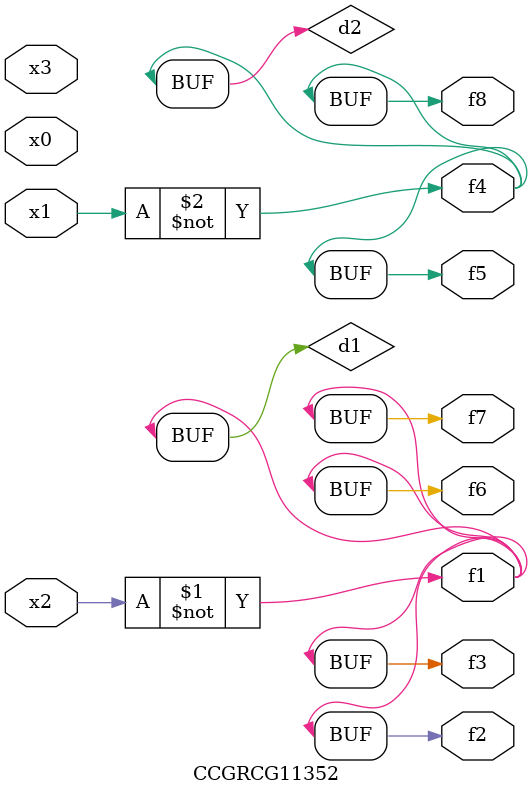
<source format=v>
module CCGRCG11352(
	input x0, x1, x2, x3,
	output f1, f2, f3, f4, f5, f6, f7, f8
);

	wire d1, d2;

	xnor (d1, x2);
	not (d2, x1);
	assign f1 = d1;
	assign f2 = d1;
	assign f3 = d1;
	assign f4 = d2;
	assign f5 = d2;
	assign f6 = d1;
	assign f7 = d1;
	assign f8 = d2;
endmodule

</source>
